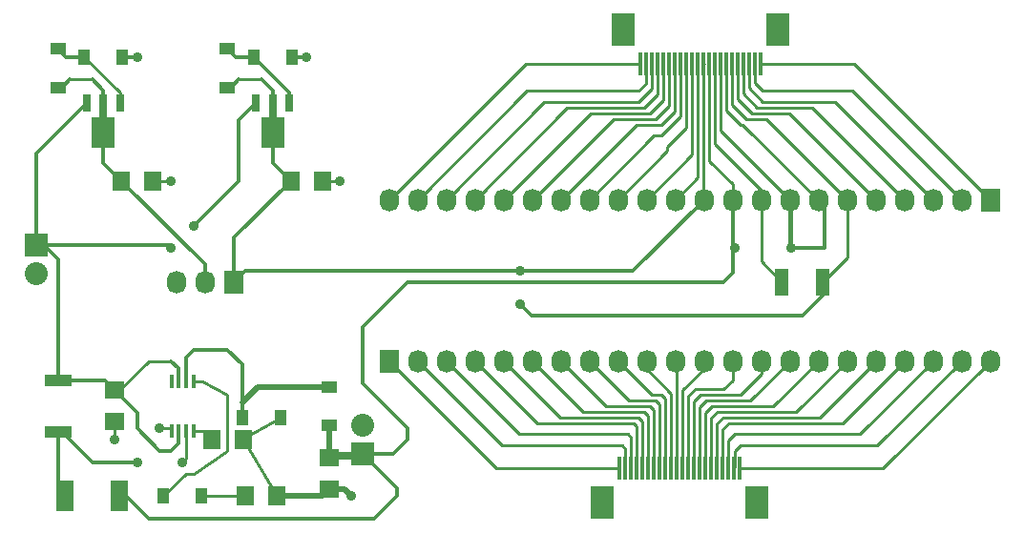
<source format=gtl>
%FSLAX46Y46*%
G04 Gerber Fmt 4.6, Leading zero omitted, Abs format (unit mm)*
G04 Created by KiCad (PCBNEW (2014-09-02 BZR 5112)-product) date Fri 05 Sep 2014 18:15:05 BST*
%MOMM*%
G01*
G04 APERTURE LIST*
%ADD10C,0.100000*%
%ADD11R,1.803400X1.600200*%
%ADD12R,1.600200X1.803400*%
%ADD13R,1.501140X2.700020*%
%ADD14R,2.400300X1.000760*%
%ADD15R,2.032000X2.032000*%
%ADD16O,2.032000X2.032000*%
%ADD17R,1.727200X2.032000*%
%ADD18O,1.727200X2.032000*%
%ADD19R,1.000760X1.399540*%
%ADD20R,1.399540X1.000760*%
%ADD21R,0.406400X1.270000*%
%ADD22R,0.701040X1.600200*%
%ADD23R,0.701040X2.100580*%
%ADD24R,1.998980X2.750820*%
%ADD25R,1.198880X2.400300*%
%ADD26R,0.300000X2.000000*%
%ADD27R,2.000000X3.000000*%
%ADD28C,0.889000*%
%ADD29C,0.300000*%
%ADD30C,0.254000*%
%ADD31C,0.500000*%
G04 APERTURE END LIST*
D10*
D11*
X146000000Y-130603000D03*
X146000000Y-133397000D03*
D12*
X154603000Y-135000000D03*
X157397000Y-135000000D03*
X157603000Y-140000000D03*
X160397000Y-140000000D03*
D11*
X165000000Y-136603000D03*
X165000000Y-139397000D03*
D12*
X161603000Y-112000000D03*
X164397000Y-112000000D03*
X146603000Y-112000000D03*
X149397000Y-112000000D03*
D13*
X141599700Y-140000000D03*
X146400300Y-140000000D03*
D14*
X141000000Y-129698760D03*
X141000000Y-134301240D03*
D15*
X139000000Y-117730000D03*
D16*
X139000000Y-120270000D03*
D17*
X156540000Y-121000000D03*
D18*
X154000000Y-121000000D03*
X151460000Y-121000000D03*
D15*
X168000000Y-136270000D03*
D16*
X168000000Y-133730000D03*
D17*
X223670000Y-113700000D03*
D18*
X221130000Y-113700000D03*
X218590000Y-113700000D03*
X216050000Y-113700000D03*
X213510000Y-113700000D03*
X210970000Y-113700000D03*
X208430000Y-113700000D03*
X205890000Y-113700000D03*
X203350000Y-113700000D03*
X200810000Y-113700000D03*
X198270000Y-113700000D03*
X195730000Y-113700000D03*
X193190000Y-113700000D03*
X190650000Y-113700000D03*
X188110000Y-113700000D03*
X185570000Y-113700000D03*
X183030000Y-113700000D03*
X180490000Y-113700000D03*
X177950000Y-113700000D03*
X175410000Y-113700000D03*
X172870000Y-113700000D03*
X170330000Y-113700000D03*
D17*
X170330000Y-128000000D03*
D18*
X172870000Y-128000000D03*
X175410000Y-128000000D03*
X177950000Y-128000000D03*
X180490000Y-128000000D03*
X183030000Y-128000000D03*
X185570000Y-128000000D03*
X188110000Y-128000000D03*
X190650000Y-128000000D03*
X193190000Y-128000000D03*
X195730000Y-128000000D03*
X198270000Y-128000000D03*
X200810000Y-128000000D03*
X203350000Y-128000000D03*
X205890000Y-128000000D03*
X208430000Y-128000000D03*
X210970000Y-128000000D03*
X213510000Y-128000000D03*
X216050000Y-128000000D03*
X218590000Y-128000000D03*
X221130000Y-128000000D03*
X223670000Y-128000000D03*
D19*
X150300740Y-140000000D03*
X153699260Y-140000000D03*
X157300740Y-133000000D03*
X160699260Y-133000000D03*
D20*
X165000000Y-133699260D03*
X165000000Y-130300740D03*
X156000000Y-103699260D03*
X156000000Y-100300740D03*
D19*
X158300740Y-101000000D03*
X161699260Y-101000000D03*
D20*
X141000000Y-103699260D03*
X141000000Y-100300740D03*
D19*
X143300740Y-101000000D03*
X146699260Y-101000000D03*
D21*
X152977900Y-129777500D03*
X152330200Y-129777500D03*
X151669800Y-129777500D03*
X151022100Y-129777500D03*
X151022100Y-134222500D03*
X151669800Y-134222500D03*
X152330200Y-134222500D03*
X152977900Y-134222500D03*
D22*
X161501140Y-105100080D03*
D23*
X160000000Y-105349000D03*
D22*
X158498860Y-105100080D03*
D24*
X160000000Y-107749300D03*
D22*
X146501140Y-105100080D03*
D23*
X145000000Y-105349000D03*
D22*
X143498860Y-105100080D03*
D24*
X145000000Y-107749300D03*
D25*
X205199140Y-121000000D03*
X208800860Y-121000000D03*
D26*
X203296000Y-101600000D03*
X202788000Y-101600000D03*
X202280000Y-101600000D03*
X201772000Y-101600000D03*
X201264000Y-101600000D03*
X200756000Y-101600000D03*
X200248000Y-101600000D03*
X199740000Y-101600000D03*
X199232000Y-101600000D03*
X198724000Y-101600000D03*
X198216000Y-101600000D03*
X197708000Y-101600000D03*
X197200000Y-101600000D03*
X196692000Y-101600000D03*
X196184000Y-101600000D03*
X195676000Y-101600000D03*
X195168000Y-101600000D03*
X194660000Y-101600000D03*
X194152000Y-101600000D03*
X193644000Y-101600000D03*
X193136000Y-101600000D03*
X192628000Y-101600000D03*
D27*
X191104000Y-98552000D03*
X204820000Y-98552000D03*
D26*
X190804000Y-137500000D03*
X191312000Y-137500000D03*
X191820000Y-137500000D03*
X192328000Y-137500000D03*
X192836000Y-137500000D03*
X193344000Y-137500000D03*
X193852000Y-137500000D03*
X194360000Y-137500000D03*
X194868000Y-137500000D03*
X195376000Y-137500000D03*
X195884000Y-137500000D03*
X196392000Y-137500000D03*
X196900000Y-137500000D03*
X197408000Y-137500000D03*
X197916000Y-137500000D03*
X198424000Y-137500000D03*
X198932000Y-137500000D03*
X199440000Y-137500000D03*
X199948000Y-137500000D03*
X200456000Y-137500000D03*
X200964000Y-137500000D03*
X201472000Y-137500000D03*
D27*
X202996000Y-140548000D03*
X189280000Y-140548000D03*
D28*
X153000000Y-116000000D03*
X151000000Y-118000000D03*
X152000000Y-137000000D03*
X146000000Y-135000000D03*
X167000000Y-140000000D03*
X166000000Y-112000000D03*
X151000000Y-112000000D03*
X163000000Y-101000000D03*
X148000000Y-101000000D03*
X206000000Y-118000000D03*
X201000000Y-118000000D03*
X182000000Y-120000000D03*
X182000000Y-123000000D03*
X148000000Y-137000000D03*
X150000000Y-134000000D03*
D29*
X151669800Y-134222500D02*
X151669800Y-135330200D01*
X148000000Y-132603000D02*
X146000000Y-130603000D01*
X148000000Y-134000000D02*
X148000000Y-132603000D01*
X150000000Y-136000000D02*
X148000000Y-134000000D01*
X151000000Y-136000000D02*
X150000000Y-136000000D01*
X151669800Y-135330200D02*
X151000000Y-136000000D01*
D30*
X146000000Y-130603000D02*
X146397000Y-130603000D01*
X146397000Y-130603000D02*
X149000000Y-128000000D01*
D29*
X151669800Y-128669800D02*
X151669800Y-129777500D01*
X151000000Y-128000000D02*
X151669800Y-128669800D01*
D30*
X149000000Y-128000000D02*
X151000000Y-128000000D01*
D29*
X141000000Y-129698760D02*
X145095760Y-129698760D01*
X145095760Y-129698760D02*
X146000000Y-130603000D01*
D30*
X139000000Y-117730000D02*
X139730000Y-117730000D01*
D29*
X139730000Y-117730000D02*
X141000000Y-119000000D01*
X141000000Y-119000000D02*
X141000000Y-129698760D01*
X139000000Y-117730000D02*
X150730000Y-117730000D01*
X157000000Y-106598940D02*
X158498860Y-105100080D01*
X157000000Y-112000000D02*
X157000000Y-106598940D01*
X153000000Y-116000000D02*
X157000000Y-112000000D01*
D30*
X150730000Y-117730000D02*
X151000000Y-118000000D01*
D29*
X139000000Y-117730000D02*
X139000000Y-109598940D01*
X139000000Y-109598940D02*
X143498860Y-105100080D01*
D30*
X152330200Y-134222500D02*
X152330200Y-136669800D01*
X152330200Y-136669800D02*
X152000000Y-137000000D01*
X146000000Y-133397000D02*
X146000000Y-135000000D01*
X160699260Y-133000000D02*
X157699260Y-134697740D01*
X157699260Y-134697740D02*
X157397000Y-135000000D01*
X157397000Y-135000000D02*
X160397000Y-140000000D01*
D31*
X160397000Y-140000000D02*
X164397000Y-140000000D01*
D30*
X164397000Y-140000000D02*
X165000000Y-139397000D01*
D31*
X165000000Y-139397000D02*
X166397000Y-139397000D01*
X166397000Y-139397000D02*
X167000000Y-140000000D01*
D30*
X164397000Y-112000000D02*
X166000000Y-112000000D01*
X149397000Y-112000000D02*
X151000000Y-112000000D01*
D29*
X161699260Y-101000000D02*
X163000000Y-101000000D01*
X146699260Y-101000000D02*
X148000000Y-101000000D01*
D30*
X152977900Y-134222500D02*
X153825500Y-134222500D01*
X153825500Y-134222500D02*
X154603000Y-135000000D01*
X153699260Y-140000000D02*
X157603000Y-140000000D01*
D29*
X205890000Y-113700000D02*
X205890000Y-117890000D01*
X205890000Y-117890000D02*
X206000000Y-118000000D01*
X168000000Y-136270000D02*
X165333000Y-136270000D01*
X165333000Y-136270000D02*
X165000000Y-136603000D01*
X165000000Y-136603000D02*
X167667000Y-136603000D01*
X167667000Y-136603000D02*
X168000000Y-136270000D01*
X165333000Y-136270000D02*
X165000000Y-136603000D01*
D30*
X198724000Y-101600000D02*
X198724000Y-110224000D01*
X200810000Y-112310000D02*
X200810000Y-113700000D01*
X198724000Y-110224000D02*
X200810000Y-112310000D01*
X199740000Y-101600000D02*
X199740000Y-107550000D01*
X199740000Y-107550000D02*
X205890000Y-113700000D01*
X200248000Y-101600000D02*
X200248000Y-105748000D01*
X201730000Y-107000000D02*
X208430000Y-113700000D01*
X201500000Y-107000000D02*
X201730000Y-107000000D01*
X200248000Y-105748000D02*
X201500000Y-107000000D01*
D29*
X208430000Y-113700000D02*
X209000000Y-114270000D01*
X209000000Y-114270000D02*
X209000000Y-118000000D01*
X209000000Y-118000000D02*
X206000000Y-118000000D01*
X206000000Y-118000000D02*
X206000000Y-113810000D01*
X206000000Y-113810000D02*
X205890000Y-113700000D01*
X200810000Y-113700000D02*
X200810000Y-120190000D01*
X170730000Y-136270000D02*
X168000000Y-136270000D01*
X172000000Y-135000000D02*
X170730000Y-136270000D01*
X172000000Y-134000000D02*
X172000000Y-135000000D01*
X168000000Y-130000000D02*
X172000000Y-134000000D01*
X168000000Y-125000000D02*
X168000000Y-130000000D01*
X172000000Y-121000000D02*
X168000000Y-125000000D01*
X200000000Y-121000000D02*
X172000000Y-121000000D01*
X200810000Y-120190000D02*
X200000000Y-121000000D01*
D30*
X146400300Y-140000000D02*
X146400300Y-139400300D01*
D29*
X171000000Y-139270000D02*
X168000000Y-136270000D01*
X146400300Y-139400300D02*
X149000000Y-142000000D01*
X149000000Y-142000000D02*
X169000000Y-142000000D01*
X169000000Y-142000000D02*
X171000000Y-140000000D01*
X171000000Y-140000000D02*
X171000000Y-139270000D01*
D31*
X165000000Y-133699260D02*
X165000000Y-136603000D01*
D30*
X198216000Y-101600000D02*
X198216000Y-113646000D01*
X198216000Y-113646000D02*
X198270000Y-113700000D01*
X200756000Y-101600000D02*
X200756000Y-105256000D01*
X203770000Y-106500000D02*
X210970000Y-113700000D01*
X202000000Y-106500000D02*
X203770000Y-106500000D01*
X200756000Y-105256000D02*
X202000000Y-106500000D01*
D29*
X208800860Y-121000000D02*
X209000000Y-121199140D01*
X209000000Y-121199140D02*
X209000000Y-122000000D01*
X209000000Y-122000000D02*
X207000000Y-124000000D01*
X207000000Y-124000000D02*
X183000000Y-124000000D01*
X183000000Y-124000000D02*
X182000000Y-123000000D01*
X198270000Y-113700000D02*
X191970000Y-120000000D01*
X157540000Y-120000000D02*
X156540000Y-121000000D01*
X159000000Y-120000000D02*
X157540000Y-120000000D01*
X191970000Y-120000000D02*
X182000000Y-120000000D01*
X182000000Y-120000000D02*
X159000000Y-120000000D01*
D30*
X210970000Y-113700000D02*
X210970000Y-118830860D01*
X210970000Y-118830860D02*
X208800860Y-121000000D01*
X160000000Y-105349000D02*
X160000000Y-107749300D01*
D29*
X161603000Y-112000000D02*
X156540000Y-117063000D01*
X156540000Y-117063000D02*
X156540000Y-121000000D01*
D30*
X156000000Y-103699260D02*
X156300740Y-103699260D01*
D29*
X156300740Y-103699260D02*
X157000000Y-103000000D01*
D30*
X157000000Y-103000000D02*
X159000000Y-103000000D01*
D29*
X159000000Y-103000000D02*
X160000000Y-104000000D01*
X160000000Y-104000000D02*
X160000000Y-105349000D01*
X160000000Y-104000000D02*
X160000000Y-105349000D01*
X160000000Y-104000000D02*
X160000000Y-105349000D01*
X160000000Y-107749300D02*
X160000000Y-110397000D01*
X160000000Y-110397000D02*
X161603000Y-112000000D01*
D30*
X198270000Y-101654000D02*
X198216000Y-101600000D01*
X197616000Y-113046000D02*
X198270000Y-113700000D01*
X145000000Y-105349000D02*
X145000000Y-107749300D01*
D29*
X145000000Y-107749300D02*
X145000000Y-110397000D01*
X145000000Y-110397000D02*
X146603000Y-112000000D01*
X146603000Y-112000000D02*
X154000000Y-119397000D01*
X154000000Y-119397000D02*
X154000000Y-121000000D01*
D30*
X141000000Y-103699260D02*
X141300740Y-103699260D01*
D29*
X141300740Y-103699260D02*
X142000000Y-103000000D01*
D30*
X142000000Y-103000000D02*
X144000000Y-103000000D01*
D29*
X144000000Y-103000000D02*
X145000000Y-104000000D01*
X145000000Y-104000000D02*
X145000000Y-105349000D01*
D30*
X151000000Y-134244600D02*
X151000000Y-134000000D01*
D29*
X144000000Y-137000000D02*
X148000000Y-137000000D01*
D30*
X150000000Y-134000000D02*
X151000000Y-134000000D01*
D29*
X144000000Y-137000000D02*
X141301240Y-134301240D01*
D30*
X151000000Y-134244600D02*
X151022100Y-134222500D01*
X141000000Y-134301240D02*
X141301240Y-134301240D01*
D29*
X141000000Y-134301240D02*
X141000000Y-139400300D01*
D30*
X141000000Y-139400300D02*
X141599700Y-140000000D01*
X203296000Y-101600000D02*
X211570000Y-101600000D01*
X211570000Y-101600000D02*
X223670000Y-113700000D01*
X203296000Y-101600000D02*
X203296000Y-102496000D01*
X202788000Y-101600000D02*
X202788000Y-103288000D01*
X211430000Y-104000000D02*
X221130000Y-113700000D01*
X203500000Y-104000000D02*
X211430000Y-104000000D01*
X202788000Y-103288000D02*
X203500000Y-104000000D01*
X202280000Y-101600000D02*
X202280000Y-103780000D01*
X209890000Y-105000000D02*
X218590000Y-113700000D01*
X203500000Y-105000000D02*
X209890000Y-105000000D01*
X202280000Y-103780000D02*
X203500000Y-105000000D01*
X201772000Y-101600000D02*
X201772000Y-104272000D01*
X207850000Y-105500000D02*
X216050000Y-113700000D01*
X203000000Y-105500000D02*
X207850000Y-105500000D01*
X201772000Y-104272000D02*
X203000000Y-105500000D01*
X201264000Y-101600000D02*
X201264000Y-104764000D01*
X205810000Y-106000000D02*
X213510000Y-113700000D01*
X202500000Y-106000000D02*
X205810000Y-106000000D01*
X201264000Y-104764000D02*
X202500000Y-106000000D01*
X213510000Y-113700000D02*
X213510000Y-113110000D01*
X199232000Y-101600000D02*
X199232000Y-108732000D01*
X199232000Y-108732000D02*
X203350000Y-112850000D01*
X203350000Y-112850000D02*
X203350000Y-113700000D01*
X203350000Y-113700000D02*
X203350000Y-119150860D01*
X203350000Y-119150860D02*
X205199140Y-121000000D01*
X203350000Y-114050000D02*
X203350000Y-113700000D01*
X197708000Y-101600000D02*
X197708000Y-111722000D01*
X197708000Y-111722000D02*
X195730000Y-113700000D01*
X195730000Y-113700000D02*
X195700000Y-113800000D01*
X197200000Y-101600000D02*
X197200000Y-109690000D01*
X197200000Y-109690000D02*
X193190000Y-113700000D01*
X193200000Y-113690000D02*
X193190000Y-113700000D01*
X196692000Y-101600000D02*
X196692000Y-107308000D01*
X195000000Y-109350000D02*
X190650000Y-113700000D01*
X195000000Y-109000000D02*
X195000000Y-109350000D01*
X196692000Y-107308000D02*
X195000000Y-109000000D01*
X196184000Y-101600000D02*
X196184000Y-106316000D01*
X193810000Y-108000000D02*
X188110000Y-113700000D01*
X194500000Y-108000000D02*
X193810000Y-108000000D01*
X196184000Y-106316000D02*
X194500000Y-108000000D01*
X195676000Y-101600000D02*
X195676000Y-105824000D01*
X192270000Y-107000000D02*
X185570000Y-113700000D01*
X194500000Y-107000000D02*
X192270000Y-107000000D01*
X195676000Y-105824000D02*
X194500000Y-107000000D01*
X195168000Y-101600000D02*
X195168000Y-105332000D01*
X190230000Y-106500000D02*
X183030000Y-113700000D01*
X194000000Y-106500000D02*
X190230000Y-106500000D01*
X195168000Y-105332000D02*
X194000000Y-106500000D01*
X194660000Y-101600000D02*
X194660000Y-104840000D01*
X188190000Y-106000000D02*
X180490000Y-113700000D01*
X193500000Y-106000000D02*
X188190000Y-106000000D01*
X194660000Y-104840000D02*
X193500000Y-106000000D01*
X180490000Y-113700000D02*
X180490000Y-113110000D01*
X194152000Y-101600000D02*
X194152000Y-104348000D01*
X186150000Y-105500000D02*
X177950000Y-113700000D01*
X193000000Y-105500000D02*
X186150000Y-105500000D01*
X194152000Y-104348000D02*
X193000000Y-105500000D01*
X193644000Y-101600000D02*
X193644000Y-103856000D01*
X184110000Y-105000000D02*
X175410000Y-113700000D01*
X192500000Y-105000000D02*
X184110000Y-105000000D01*
X193644000Y-103856000D02*
X192500000Y-105000000D01*
X193136000Y-101600000D02*
X193136000Y-103364000D01*
X182570000Y-104000000D02*
X172870000Y-113700000D01*
X192500000Y-104000000D02*
X182570000Y-104000000D01*
X193136000Y-103364000D02*
X192500000Y-104000000D01*
X192628000Y-101600000D02*
X182430000Y-101600000D01*
X182430000Y-101600000D02*
X170330000Y-113700000D01*
X190804000Y-137500000D02*
X179830000Y-137500000D01*
X179830000Y-137500000D02*
X170330000Y-128000000D01*
X191312000Y-137500000D02*
X191312000Y-135812000D01*
X180370000Y-135500000D02*
X172870000Y-128000000D01*
X191000000Y-135500000D02*
X180370000Y-135500000D01*
X191312000Y-135812000D02*
X191000000Y-135500000D01*
X191820000Y-137500000D02*
X191820000Y-134820000D01*
X181910000Y-134500000D02*
X175410000Y-128000000D01*
X191500000Y-134500000D02*
X181910000Y-134500000D01*
X191820000Y-134820000D02*
X191500000Y-134500000D01*
X192328000Y-137500000D02*
X192328000Y-133828000D01*
X183450000Y-133500000D02*
X177950000Y-128000000D01*
X192000000Y-133500000D02*
X183450000Y-133500000D01*
X192328000Y-133828000D02*
X192000000Y-133500000D01*
X192836000Y-137500000D02*
X192836000Y-133336000D01*
X185490000Y-133000000D02*
X180490000Y-128000000D01*
X192500000Y-133000000D02*
X185490000Y-133000000D01*
X192836000Y-133336000D02*
X192500000Y-133000000D01*
X193344000Y-137500000D02*
X193344000Y-132844000D01*
X187530000Y-132500000D02*
X183030000Y-128000000D01*
X193000000Y-132500000D02*
X187530000Y-132500000D01*
X193344000Y-132844000D02*
X193000000Y-132500000D01*
X193852000Y-137500000D02*
X193852000Y-132352000D01*
X189570000Y-132000000D02*
X185570000Y-128000000D01*
X193500000Y-132000000D02*
X189570000Y-132000000D01*
X193852000Y-132352000D02*
X193500000Y-132000000D01*
X194360000Y-137500000D02*
X194360000Y-131860000D01*
X191610000Y-131500000D02*
X188110000Y-128000000D01*
X194000000Y-131500000D02*
X191610000Y-131500000D01*
X194360000Y-131860000D02*
X194000000Y-131500000D01*
X194868000Y-137500000D02*
X194868000Y-131368000D01*
X193650000Y-131000000D02*
X190650000Y-128000000D01*
X194500000Y-131000000D02*
X193650000Y-131000000D01*
X194868000Y-131368000D02*
X194500000Y-131000000D01*
X195376000Y-137500000D02*
X195376000Y-130876000D01*
X195376000Y-130876000D02*
X193190000Y-128690000D01*
X193190000Y-128690000D02*
X193190000Y-128000000D01*
X195884000Y-137500000D02*
X195884000Y-128154000D01*
X195884000Y-128154000D02*
X195730000Y-128000000D01*
X196392000Y-137500000D02*
X196392000Y-130608000D01*
X196392000Y-130608000D02*
X198270000Y-128730000D01*
X198270000Y-128730000D02*
X198270000Y-128000000D01*
X196900000Y-137500000D02*
X196900000Y-131100000D01*
X200810000Y-129690000D02*
X200810000Y-128000000D01*
X200000000Y-130500000D02*
X200810000Y-129690000D01*
X197500000Y-130500000D02*
X200000000Y-130500000D01*
X196900000Y-131100000D02*
X197500000Y-130500000D01*
X201500000Y-131000000D02*
X203350000Y-129150000D01*
X197408000Y-131592000D02*
X198000000Y-131000000D01*
X198000000Y-131000000D02*
X201500000Y-131000000D01*
X197408000Y-137500000D02*
X197408000Y-131592000D01*
X203350000Y-129150000D02*
X203350000Y-128000000D01*
X197916000Y-137500000D02*
X197916000Y-132084000D01*
X202390000Y-131500000D02*
X205890000Y-128000000D01*
X198500000Y-131500000D02*
X202390000Y-131500000D01*
X197916000Y-132084000D02*
X198500000Y-131500000D01*
X198424000Y-137500000D02*
X198424000Y-132576000D01*
X204430000Y-132000000D02*
X208430000Y-128000000D01*
X199000000Y-132000000D02*
X204430000Y-132000000D01*
X198424000Y-132576000D02*
X199000000Y-132000000D01*
X198932000Y-137500000D02*
X198932000Y-133068000D01*
X206470000Y-132500000D02*
X210970000Y-128000000D01*
X199500000Y-132500000D02*
X206470000Y-132500000D01*
X198932000Y-133068000D02*
X199500000Y-132500000D01*
X199440000Y-137500000D02*
X199440000Y-133560000D01*
X208510000Y-133000000D02*
X213510000Y-128000000D01*
X200000000Y-133000000D02*
X208510000Y-133000000D01*
X199440000Y-133560000D02*
X200000000Y-133000000D01*
X199948000Y-137500000D02*
X199948000Y-134052000D01*
X210550000Y-133500000D02*
X216050000Y-128000000D01*
X200500000Y-133500000D02*
X210550000Y-133500000D01*
X199948000Y-134052000D02*
X200500000Y-133500000D01*
X200456000Y-137500000D02*
X200456000Y-135044000D01*
X212090000Y-134500000D02*
X218590000Y-128000000D01*
X201000000Y-134500000D02*
X212090000Y-134500000D01*
X200456000Y-135044000D02*
X201000000Y-134500000D01*
X200964000Y-137500000D02*
X201000000Y-137464000D01*
X201000000Y-137464000D02*
X201000000Y-136000000D01*
X201000000Y-136000000D02*
X201500000Y-135500000D01*
X201500000Y-135500000D02*
X213630000Y-135500000D01*
X213630000Y-135500000D02*
X221130000Y-128000000D01*
X201472000Y-137500000D02*
X214170000Y-137500000D01*
X214170000Y-137500000D02*
X223670000Y-128000000D01*
X152977900Y-129777500D02*
X153777500Y-129777500D01*
X152300740Y-138000000D02*
X150300740Y-140000000D01*
X153000000Y-138000000D02*
X152300740Y-138000000D01*
X156000000Y-136000000D02*
X153000000Y-138000000D01*
X156000000Y-131000000D02*
X156000000Y-136000000D01*
X153777500Y-129777500D02*
X156000000Y-131000000D01*
X157300740Y-133000000D02*
X157300740Y-131699260D01*
D31*
X158699260Y-130300740D02*
X165000000Y-130300740D01*
X157300740Y-131699260D02*
X158699260Y-130300740D01*
D29*
X152330200Y-129777500D02*
X152330200Y-127669800D01*
X157300740Y-128300740D02*
X157300740Y-133000000D01*
X156000000Y-127000000D02*
X157300740Y-128300740D01*
X153000000Y-127000000D02*
X156000000Y-127000000D01*
X152330200Y-127669800D02*
X153000000Y-127000000D01*
X158300740Y-101000000D02*
X161501140Y-104200400D01*
X161501140Y-104200400D02*
X161501140Y-105100080D01*
X158300740Y-101000000D02*
X156699260Y-101000000D01*
X156699260Y-101000000D02*
X156000000Y-100300740D01*
D30*
X143300740Y-101000000D02*
X146501140Y-104200400D01*
X146501140Y-104200400D02*
X146501140Y-105100080D01*
D29*
X143300740Y-101000000D02*
X141699260Y-101000000D01*
X141699260Y-101000000D02*
X141000000Y-100300740D01*
M02*

</source>
